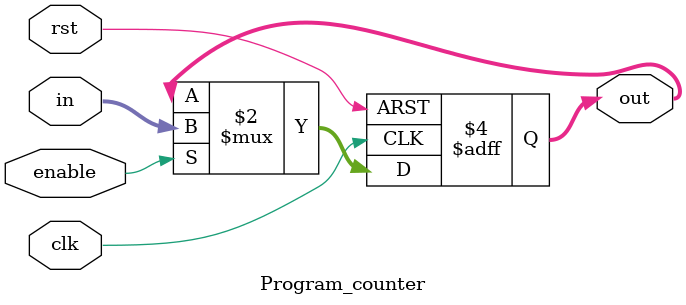
<source format=sv>
module Program_counter (
	input logic clk, rst, enable,
	input logic [31:0] in,
	output logic [31:0] out
);

	always_ff @ (posedge clk or posedge rst) begin
        if (rst) begin
            out <= 0;
        end else if (enable) begin
            out <= in;
        end
    end
endmodule 
</source>
